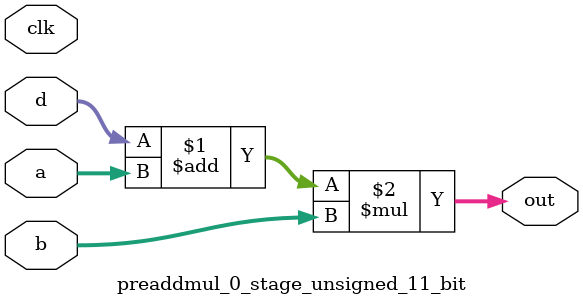
<source format=sv>
(* use_dsp = "yes" *) module preaddmul_0_stage_unsigned_11_bit(
	input  [10:0] d,
	input  [10:0] a,
	input  [10:0] b,
	output [10:0] out,
	input clk);

	assign out = (d + a) * b;
endmodule

</source>
